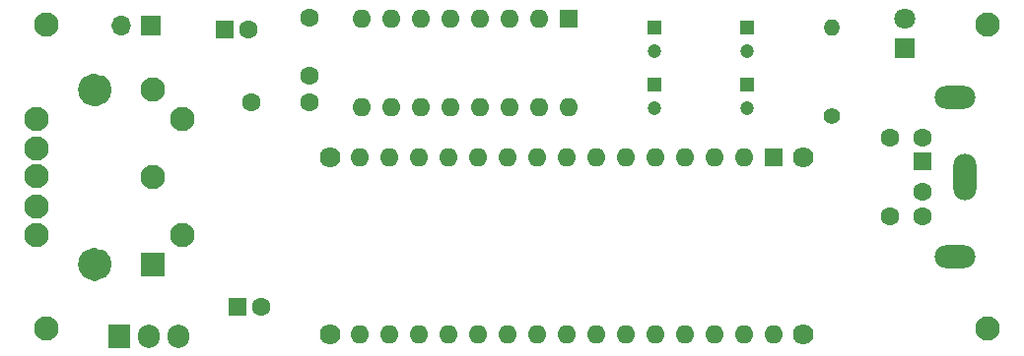
<source format=gbr>
%TF.GenerationSoftware,KiCad,Pcbnew,7.0.7*%
%TF.CreationDate,2024-03-20T00:35:15+00:00*%
%TF.ProjectId,TIMPS2Key,54494d50-5332-44b6-9579-2e6b69636164,rev?*%
%TF.SameCoordinates,Original*%
%TF.FileFunction,Soldermask,Top*%
%TF.FilePolarity,Negative*%
%FSLAX46Y46*%
G04 Gerber Fmt 4.6, Leading zero omitted, Abs format (unit mm)*
G04 Created by KiCad (PCBNEW 7.0.7) date 2024-03-20 00:35:15*
%MOMM*%
%LPD*%
G01*
G04 APERTURE LIST*
%ADD10C,1.449000*%
%ADD11R,1.905000X2.000000*%
%ADD12O,1.905000X2.000000*%
%ADD13R,1.600000X1.600000*%
%ADD14O,1.600000X1.600000*%
%ADD15C,1.780000*%
%ADD16C,1.400000*%
%ADD17O,1.400000X1.400000*%
%ADD18R,1.700000X1.700000*%
%ADD19O,1.700000X1.700000*%
%ADD20C,1.600000*%
%ADD21O,3.500000X2.000000*%
%ADD22O,2.000000X4.000000*%
%ADD23C,2.390000*%
%ADD24R,2.100000X2.100000*%
%ADD25C,2.100000*%
%ADD26R,1.800000X1.800000*%
%ADD27C,1.800000*%
%ADD28R,1.200000X1.200000*%
%ADD29C,1.200000*%
G04 APERTURE END LIST*
D10*
%TO.C,J1*%
X88914500Y-70480000D02*
G75*
G03*
X88914500Y-70480000I-724500J0D01*
G01*
X88914500Y-55470000D02*
G75*
G03*
X88914500Y-55470000I-724500J0D01*
G01*
%TD*%
D11*
%TO.C,U3*%
X90280000Y-76650000D03*
D12*
X92820000Y-76650000D03*
X95360000Y-76650000D03*
%TD*%
D13*
%TO.C,U2*%
X128880000Y-49360000D03*
D14*
X126340000Y-49360000D03*
X123800000Y-49360000D03*
X121260000Y-49360000D03*
X118720000Y-49360000D03*
X116180000Y-49360000D03*
X113640000Y-49360000D03*
X111100000Y-49360000D03*
X111100000Y-56980000D03*
X113640000Y-56980000D03*
X116180000Y-56980000D03*
X118720000Y-56980000D03*
X121260000Y-56980000D03*
X123800000Y-56980000D03*
X126340000Y-56980000D03*
X128880000Y-56980000D03*
%TD*%
D15*
%TO.C,U1*%
X149010000Y-61290000D03*
X108370000Y-61290000D03*
X149010000Y-76530000D03*
X108370000Y-76530000D03*
D13*
X146470000Y-61290000D03*
D14*
X143930000Y-61290000D03*
X141390000Y-61290000D03*
X138850000Y-61290000D03*
X136310000Y-61290000D03*
X133770000Y-61290000D03*
X131230000Y-61290000D03*
X128690000Y-61290000D03*
X126150000Y-61290000D03*
X123610000Y-61290000D03*
X121070000Y-61290000D03*
X118530000Y-61290000D03*
X115990000Y-61290000D03*
X113450000Y-61290000D03*
X110910000Y-61290000D03*
X110910000Y-76530000D03*
X113450000Y-76530000D03*
X115990000Y-76530000D03*
X118530000Y-76530000D03*
X121070000Y-76530000D03*
X123610000Y-76530000D03*
X126150000Y-76530000D03*
X128690000Y-76530000D03*
X131230000Y-76530000D03*
X133770000Y-76530000D03*
X136310000Y-76530000D03*
X138850000Y-76530000D03*
X141390000Y-76530000D03*
X143930000Y-76530000D03*
X146470000Y-76530000D03*
%TD*%
D16*
%TO.C,R1*%
X151510000Y-57700000D03*
D17*
X151510000Y-50080000D03*
%TD*%
D18*
%TO.C,J3*%
X93000000Y-49930000D03*
D19*
X90460000Y-49930000D03*
%TD*%
D13*
%TO.C,J2*%
X159260000Y-61655000D03*
D20*
X159260000Y-64255000D03*
X159260000Y-59555000D03*
X159260000Y-66355000D03*
X156460000Y-59555000D03*
X156460000Y-66355000D03*
D21*
X162110000Y-69805000D03*
X162110000Y-56105000D03*
D22*
X162910000Y-62955000D03*
%TD*%
D23*
%TO.C,J1*%
X88190000Y-70480000D03*
X88190000Y-55470000D03*
D24*
X93200000Y-70480000D03*
D25*
X93200000Y-62975000D03*
X93200000Y-55470000D03*
X95690000Y-67980000D03*
X95690000Y-57970000D03*
X83193200Y-67980000D03*
X83193200Y-65475000D03*
X83193200Y-62924200D03*
X83193200Y-60475000D03*
X83193200Y-57970000D03*
%TD*%
%TO.C,H5*%
X164910000Y-76010000D03*
%TD*%
%TO.C,H4*%
X84030000Y-76010000D03*
%TD*%
%TO.C,H3*%
X164910000Y-49810000D03*
%TD*%
%TO.C,H2*%
X84030000Y-49810000D03*
%TD*%
D26*
%TO.C,D1*%
X157760000Y-51880000D03*
D27*
X157760000Y-49340000D03*
%TD*%
D28*
%TO.C,C8*%
X144190000Y-55027401D03*
D29*
X144190000Y-57027401D03*
%TD*%
D28*
%TO.C,C7*%
X136260000Y-50137401D03*
D29*
X136260000Y-52137401D03*
%TD*%
D28*
%TO.C,C6*%
X144190000Y-50137401D03*
D29*
X144190000Y-52137401D03*
%TD*%
D28*
%TO.C,C5*%
X136260000Y-55027401D03*
D29*
X136260000Y-57027401D03*
%TD*%
D20*
%TO.C,C4*%
X101610000Y-56570000D03*
X106610000Y-56570000D03*
%TD*%
D13*
%TO.C,C3*%
X100490000Y-74170000D03*
D20*
X102490000Y-74170000D03*
%TD*%
%TO.C,C2*%
X106610000Y-49220000D03*
X106610000Y-54220000D03*
%TD*%
D13*
%TO.C,C1*%
X99370000Y-50260000D03*
D20*
X101370000Y-50260000D03*
%TD*%
M02*

</source>
